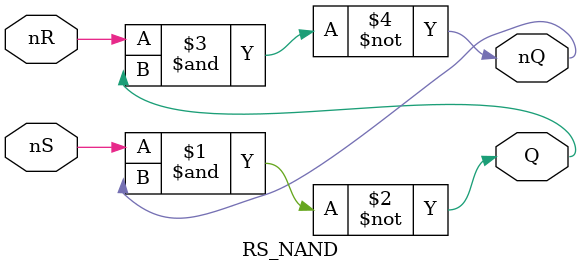
<source format=v>

module RS_NAND(nS,nR,Q,nQ);
	input nS,nR;  // nS = ~S , nR = ~R;
	output Q,nQ;
	
	assign Q = ~(nS & nQ);
	assign nQ = ~(nR & Q);
endmodule

</source>
